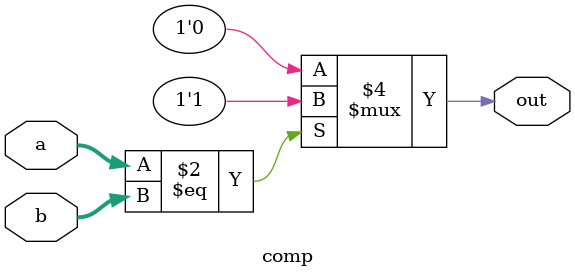
<source format=sv>
module comp (input logic [2:0] a, b, output logic out);

always_comb
begin
    if(a == b)
    begin
        out = 1;
    end
    else
    begin
        out = 0;
    end
end

endmodule
</source>
